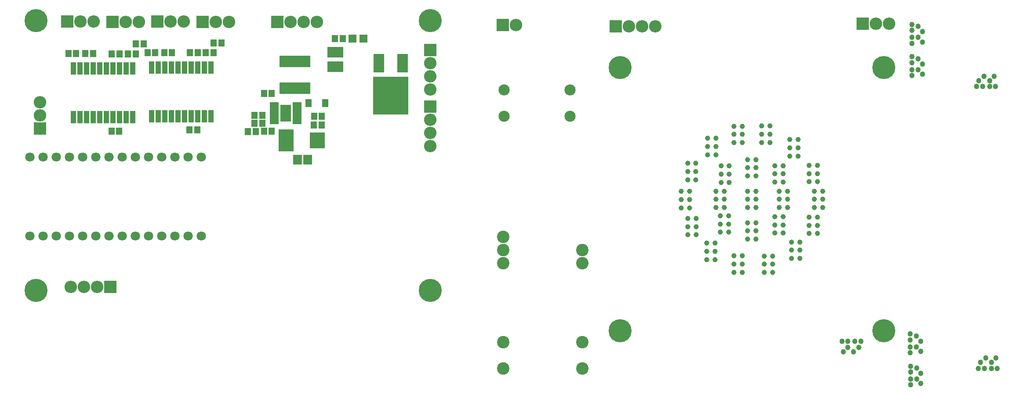
<source format=gbr>
G04 #@! TF.FileFunction,Soldermask,Bot*
%FSLAX46Y46*%
G04 Gerber Fmt 4.6, Leading zero omitted, Abs format (unit mm)*
G04 Created by KiCad (PCBNEW 4.0.1-stable) date 1/20/2016 12:58:46 AM*
%MOMM*%
G01*
G04 APERTURE LIST*
%ADD10C,0.100000*%
%ADD11R,2.950160X3.100020*%
%ADD12R,2.950160X4.199840*%
%ADD13R,1.700480X1.898600*%
%ADD14R,1.299160X1.400760*%
%ADD15R,3.092400X2.000200*%
%ADD16R,2.000200X3.600400*%
%ADD17R,6.899860X7.400240*%
%ADD18R,5.899100X2.249120*%
%ADD19O,2.398980X2.398980*%
%ADD20R,2.398980X2.398980*%
%ADD21R,1.800000X0.700000*%
%ADD22R,2.050000X3.250000*%
%ADD23C,1.050000*%
%ADD24R,1.000000X2.350000*%
%ADD25C,4.464000*%
%ADD26R,1.598880X1.598880*%
%ADD27R,1.310000X1.620000*%
%ADD28C,1.797000*%
%ADD29C,2.150000*%
%ADD30C,2.400000*%
%ADD31C,0.984200*%
%ADD32C,1.035000*%
G04 APERTURE END LIST*
D10*
D11*
X75839542Y-46731802D03*
D12*
X69840062Y-46731802D03*
D13*
X73972420Y-50434240D03*
X72067420Y-50434240D03*
D14*
X63975202Y-45030002D03*
X62471522Y-45030002D03*
X67086702Y-37664002D03*
X65583022Y-37664002D03*
D15*
X79288862Y-29663002D03*
X79288862Y-32457002D03*
D14*
X51208234Y-44696832D03*
X52711914Y-44696832D03*
X47852894Y-29787032D03*
X46349214Y-29787032D03*
X55891994Y-29761632D03*
X54388314Y-29761632D03*
X44639794Y-29787032D03*
X43136114Y-29787032D03*
X52800814Y-29761632D03*
X51297134Y-29761632D03*
X55912314Y-27932832D03*
X57415994Y-27932832D03*
X36196834Y-44963532D03*
X37700514Y-44963532D03*
X32671314Y-29977532D03*
X31167634Y-29977532D03*
X40862814Y-30002932D03*
X39359134Y-30002932D03*
X29394714Y-29977532D03*
X27891034Y-29977532D03*
X37764014Y-30002932D03*
X36260334Y-30002932D03*
X40888214Y-28085232D03*
X42391894Y-28085232D03*
D16*
X87673180Y-31816040D03*
X92275660Y-31816040D03*
D17*
X89974420Y-38064440D03*
D18*
X71541862Y-36648002D03*
X71541862Y-31496882D03*
D19*
X97632520Y-36870640D03*
D20*
X97632520Y-29250640D03*
D19*
X97632520Y-31790640D03*
X97632520Y-34330640D03*
X28379420Y-75021440D03*
D20*
X35999420Y-75021440D03*
D19*
X33459420Y-75021440D03*
X30919420Y-75021440D03*
X58795920Y-23815040D03*
D20*
X53715920Y-23815040D03*
D19*
X56255920Y-23815040D03*
X41460420Y-23815040D03*
D20*
X36380420Y-23815040D03*
D19*
X38920420Y-23815040D03*
X50096420Y-23751540D03*
D20*
X45016420Y-23751540D03*
D19*
X47556420Y-23751540D03*
X22410420Y-39372540D03*
D20*
X22410420Y-44452540D03*
D19*
X22410420Y-41912540D03*
X32773620Y-23764240D03*
D20*
X27693620Y-23764240D03*
D19*
X30233620Y-23764240D03*
D14*
X65583022Y-44966502D03*
X67086702Y-44966502D03*
X75224862Y-42045503D03*
X76728542Y-42045503D03*
X75181682Y-43760002D03*
X76685362Y-43760002D03*
X65235042Y-41855002D03*
X63731362Y-41855002D03*
X65255362Y-43442502D03*
X63751682Y-43442502D03*
X80739201Y-27059502D03*
X79235521Y-27059502D03*
D21*
X71960962Y-39721403D03*
X71960962Y-40221403D03*
X71960962Y-40721403D03*
X71960962Y-41221403D03*
X71960962Y-41721403D03*
X67560962Y-41721403D03*
X67560962Y-41221403D03*
X67560962Y-40721403D03*
X67560962Y-40221403D03*
X67560962Y-39721403D03*
X71960962Y-42221403D03*
X71960962Y-42721403D03*
X71960962Y-43221403D03*
X67560962Y-42221403D03*
X67560962Y-42721403D03*
X67560962Y-43221403D03*
D22*
X69760962Y-41471403D03*
D23*
X69760962Y-41471403D03*
X69760962Y-42471403D03*
X69760962Y-40471403D03*
D24*
X55361134Y-42089252D03*
X54091134Y-42089252D03*
X52821134Y-42089252D03*
X51551134Y-42089252D03*
X50281134Y-42089252D03*
X49011134Y-42089252D03*
X47741134Y-42089252D03*
X46471134Y-42089252D03*
X45201134Y-42089252D03*
X43931134Y-42089252D03*
X43931134Y-32689252D03*
X45201134Y-32689252D03*
X46471134Y-32689252D03*
X47741134Y-32689252D03*
X49011134Y-32689252D03*
X50281134Y-32689252D03*
X51551134Y-32689252D03*
X52821134Y-32689252D03*
X54091134Y-32689252D03*
X55361134Y-32689252D03*
X40286234Y-42228952D03*
X39016234Y-42228952D03*
X37746234Y-42228952D03*
X36476234Y-42228952D03*
X35206234Y-42228952D03*
X33936234Y-42228952D03*
X32666234Y-42228952D03*
X31396234Y-42228952D03*
X30126234Y-42228952D03*
X28856234Y-42228952D03*
X28856234Y-32828952D03*
X30126234Y-32828952D03*
X31396234Y-32828952D03*
X32666234Y-32828952D03*
X33936234Y-32828952D03*
X35206234Y-32828952D03*
X36476234Y-32828952D03*
X37746234Y-32828952D03*
X39016234Y-32828952D03*
X40286234Y-32828952D03*
D25*
X21655920Y-23632040D03*
X97655920Y-23632040D03*
X97655920Y-75632040D03*
X21655920Y-75632040D03*
D26*
X82621342Y-27059502D03*
X84719382Y-27059502D03*
D27*
X77393262Y-39480101D03*
X74123262Y-39480101D03*
D19*
X97594420Y-47818041D03*
D20*
X97594420Y-40198041D03*
D19*
X97594420Y-42738041D03*
X97594420Y-45278041D03*
X75750421Y-23815040D03*
D20*
X68130421Y-23815040D03*
D19*
X70670421Y-23815040D03*
X73210421Y-23815040D03*
D28*
X22981920Y-65204340D03*
X25521920Y-65204340D03*
X28061920Y-65204340D03*
X30601920Y-65204340D03*
X33141920Y-65204340D03*
X35681920Y-65204340D03*
X38221920Y-65204340D03*
X40761920Y-65204340D03*
X43301920Y-65204340D03*
X45841920Y-65204340D03*
X48381920Y-65204340D03*
X50921920Y-65204340D03*
X53461920Y-65204340D03*
X53461920Y-49964340D03*
X50921920Y-49964340D03*
X48381920Y-49964340D03*
X45841920Y-49964340D03*
X43301920Y-49964340D03*
X40761920Y-49964340D03*
X38221920Y-49964340D03*
X35681920Y-49964340D03*
X33141920Y-49964340D03*
X30601920Y-49964340D03*
X28061920Y-49964340D03*
X25521920Y-49964340D03*
X22981920Y-49964340D03*
X20441920Y-49964340D03*
X20441920Y-65204340D03*
D19*
X114139543Y-24426605D03*
D20*
X111599543Y-24426605D03*
D19*
X140936543Y-24655205D03*
D20*
X133316543Y-24655205D03*
D19*
X135856543Y-24655205D03*
X138396543Y-24655205D03*
D29*
X111823063Y-42069445D03*
X124523063Y-42069445D03*
X124523063Y-36989445D03*
X111823063Y-36989445D03*
D30*
X111660503Y-65346005D03*
X111660503Y-67886005D03*
X111660503Y-70426005D03*
X111660503Y-85666005D03*
X111660503Y-90746005D03*
X126900503Y-90746005D03*
X126900503Y-85666005D03*
X126900503Y-70426005D03*
X126900503Y-67886005D03*
D25*
X134180143Y-83481605D03*
X134180143Y-32681605D03*
X184980143Y-32681605D03*
X184980143Y-83481605D03*
D19*
X185985983Y-24157365D03*
D20*
X180905983Y-24157365D03*
D19*
X183445983Y-24157365D03*
D31*
X158754643Y-56494105D03*
X160342143Y-56494105D03*
X158754643Y-58081605D03*
X160342143Y-58081605D03*
X158754643Y-59669105D03*
X160342143Y-59669105D03*
X152658643Y-56494105D03*
X154246143Y-56494105D03*
X152658643Y-58081605D03*
X154246143Y-58081605D03*
X152658643Y-59669105D03*
X154246143Y-59669105D03*
X145968283Y-56555065D03*
X147555783Y-56555065D03*
X145968283Y-58142565D03*
X147555783Y-58142565D03*
X145968283Y-59730065D03*
X147555783Y-59730065D03*
X170601203Y-61523305D03*
X172188703Y-61523305D03*
X170601203Y-63110805D03*
X172188703Y-63110805D03*
X170601203Y-64698305D03*
X172188703Y-64698305D03*
X153623843Y-51642705D03*
X155211343Y-51642705D03*
X153623843Y-53230205D03*
X155211343Y-53230205D03*
X153623843Y-54817705D03*
X155211343Y-54817705D03*
X147187483Y-51144865D03*
X148774983Y-51144865D03*
X147187483Y-52732365D03*
X148774983Y-52732365D03*
X147187483Y-54319865D03*
X148774983Y-54319865D03*
X167223003Y-66328985D03*
X168810503Y-66328985D03*
X167223003Y-67916485D03*
X168810503Y-67916485D03*
X167223003Y-69503985D03*
X168810503Y-69503985D03*
X158754643Y-50398105D03*
X160342143Y-50398105D03*
X158754643Y-51985605D03*
X160342143Y-51985605D03*
X158754643Y-53573105D03*
X160342143Y-53573105D03*
X151017803Y-46323945D03*
X152605303Y-46323945D03*
X151017803Y-47911445D03*
X152605303Y-47911445D03*
X151017803Y-49498945D03*
X152605303Y-49498945D03*
X161939803Y-69036625D03*
X163527303Y-69036625D03*
X161939803Y-70624125D03*
X163527303Y-70624125D03*
X161939803Y-72211625D03*
X163527303Y-72211625D03*
X164012443Y-51579205D03*
X165599943Y-51579205D03*
X164012443Y-53166705D03*
X165599943Y-53166705D03*
X164012443Y-54754205D03*
X165599943Y-54754205D03*
X156128283Y-43976985D03*
X157715783Y-43976985D03*
X156128283Y-45564485D03*
X157715783Y-45564485D03*
X156128283Y-47151985D03*
X157715783Y-47151985D03*
X156158763Y-69011225D03*
X157746263Y-69011225D03*
X156158763Y-70598725D03*
X157746263Y-70598725D03*
X156158763Y-72186225D03*
X157746263Y-72186225D03*
X164850643Y-56494105D03*
X166438143Y-56494105D03*
X164850643Y-58081605D03*
X166438143Y-58081605D03*
X164850643Y-59669105D03*
X166438143Y-59669105D03*
X161467363Y-43921105D03*
X163054863Y-43921105D03*
X161467363Y-45508605D03*
X163054863Y-45508605D03*
X161467363Y-47096105D03*
X163054863Y-47096105D03*
X150911123Y-66552505D03*
X152498623Y-66552505D03*
X150911123Y-68140005D03*
X152498623Y-68140005D03*
X150911123Y-69727505D03*
X152498623Y-69727505D03*
X163974343Y-61434405D03*
X165561843Y-61434405D03*
X163974343Y-63021905D03*
X165561843Y-63021905D03*
X163974343Y-64609405D03*
X165561843Y-64609405D03*
X166913123Y-46547465D03*
X168500623Y-46547465D03*
X166913123Y-48134965D03*
X168500623Y-48134965D03*
X166913123Y-49722465D03*
X168500623Y-49722465D03*
X147223043Y-61777305D03*
X148810543Y-61777305D03*
X147223043Y-63364805D03*
X148810543Y-63364805D03*
X147223043Y-64952305D03*
X148810543Y-64952305D03*
X158754643Y-62590105D03*
X160342143Y-62590105D03*
X158754643Y-64177605D03*
X160342143Y-64177605D03*
X158754643Y-65765105D03*
X160342143Y-65765105D03*
X170601203Y-51520785D03*
X172188703Y-51520785D03*
X170601203Y-53108285D03*
X172188703Y-53108285D03*
X170601203Y-54695785D03*
X172188703Y-54695785D03*
X153509543Y-61269305D03*
X155097043Y-61269305D03*
X153509543Y-62856805D03*
X155097043Y-62856805D03*
X153509543Y-64444305D03*
X155097043Y-64444305D03*
X171607043Y-56494105D03*
X173194543Y-56494105D03*
X171607043Y-58081605D03*
X173194543Y-58081605D03*
X171607043Y-59669105D03*
X173194543Y-59669105D03*
D32*
X206250103Y-34358005D03*
X205361103Y-35183505D03*
X203265603Y-35183505D03*
X204281603Y-34358005D03*
X204027603Y-36326505D03*
X202884603Y-36326505D03*
X205361103Y-36326505D03*
X206504103Y-36326505D03*
X192407103Y-33941445D03*
X191581603Y-33052445D03*
X191581603Y-30956945D03*
X192407103Y-31972945D03*
X190438603Y-31718945D03*
X190438603Y-30575945D03*
X190438603Y-33052445D03*
X190438603Y-34195445D03*
X192412183Y-27720985D03*
X191586683Y-26831985D03*
X191586683Y-24736485D03*
X192412183Y-25752485D03*
X190443683Y-25498485D03*
X190443683Y-24355485D03*
X190443683Y-26831985D03*
X190443683Y-27974985D03*
X206582843Y-88726705D03*
X205693843Y-89552205D03*
X203598343Y-89552205D03*
X204614343Y-88726705D03*
X204360343Y-90695205D03*
X203217343Y-90695205D03*
X205693843Y-90695205D03*
X206836843Y-90695205D03*
X192130243Y-93641605D03*
X191304743Y-92752605D03*
X191304743Y-90657105D03*
X192130243Y-91673105D03*
X190161743Y-91419105D03*
X190161743Y-90276105D03*
X190161743Y-92752605D03*
X190161743Y-93895605D03*
X192064203Y-87433845D03*
X191238703Y-86544845D03*
X191238703Y-84449345D03*
X192064203Y-85465345D03*
X190095703Y-85211345D03*
X190095703Y-84068345D03*
X190095703Y-86544845D03*
X190095703Y-87687845D03*
X177197583Y-87492265D03*
X178086583Y-86666765D03*
X180182083Y-86666765D03*
X179166083Y-87492265D03*
X179420083Y-85523765D03*
X180563083Y-85523765D03*
X178086583Y-85523765D03*
X176943583Y-85523765D03*
M02*

</source>
